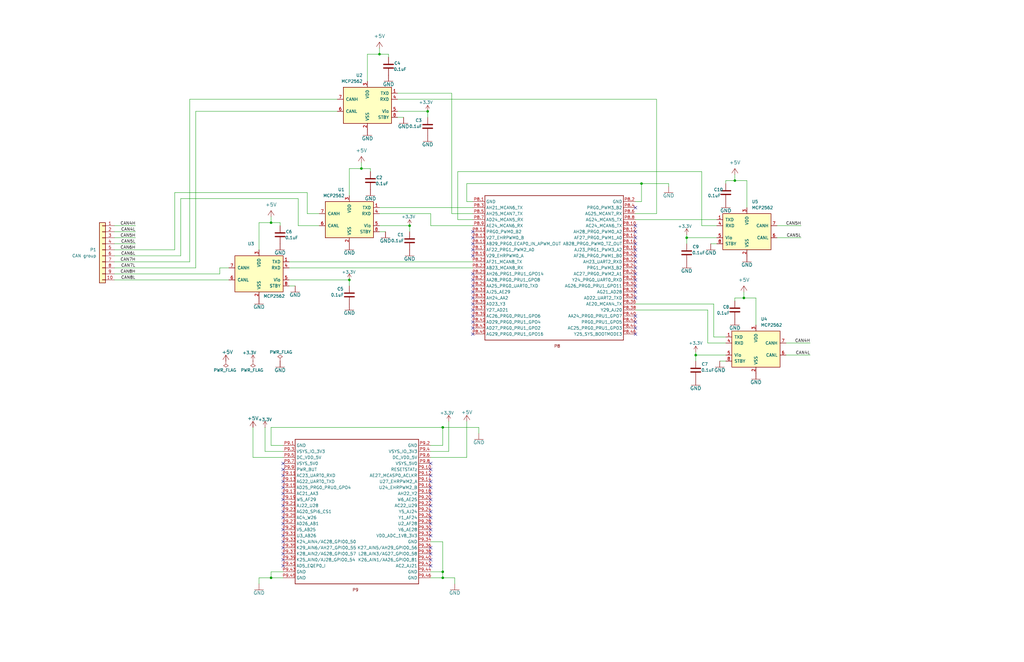
<source format=kicad_sch>
(kicad_sch (version 20231120) (generator "eeschema") (generator_version "8.0")
  (paper "B")
  (title_block (date "2023-09-13"))
  (lib_symbols
    (symbol "Connector_Generic:Conn_01x10" (pin_names (offset 1.016) hide)
      (property "Reference" "J" (at 0 12.7 0))
      (property "Value" "Conn_01x10" (at 0 -15.24 0))
      (symbol "Conn_01x10_1_1"
        (rectangle (start -1.27 -12.573) (end 0 -12.827) (stroke (width 0.1524)))
        (rectangle (start -1.27 -10.033) (end 0 -10.287) (stroke (width 0.1524)))
        (rectangle (start -1.27 -7.493) (end 0 -7.747) (stroke (width 0.1524)))
        (rectangle (start -1.27 -4.953) (end 0 -5.207) (stroke (width 0.1524)))
        (rectangle (start -1.27 -2.413) (end 0 -2.667) (stroke (width 0.1524)))
        (rectangle (start -1.27 0.127) (end 0 -0.127) (stroke (width 0.1524)))
        (rectangle (start -1.27 2.667) (end 0 2.413) (stroke (width 0.1524)))
        (rectangle (start -1.27 5.207) (end 0 4.953) (stroke (width 0.1524)))
        (rectangle (start -1.27 7.747) (end 0 7.493) (stroke (width 0.1524)))
        (rectangle (start -1.27 10.287) (end 0 10.033) (stroke (width 0.1524)))
        (rectangle (start -1.27 11.43) (end 1.27 -13.97) (stroke (width 0.254)) (fill (type background)))
        (pin passive line (at -5.08 10.16 0) (length 3.81) (name "Pin_1") (number "1"))
        (pin passive line (at -5.08 -12.7 0) (length 3.81) (name "Pin_10") (number "10"))
        (pin passive line (at -5.08 7.62 0) (length 3.81) (name "Pin_2") (number "2"))
        (pin passive line (at -5.08 5.08 0) (length 3.81) (name "Pin_3") (number "3"))
        (pin passive line (at -5.08 2.54 0) (length 3.81) (name "Pin_4") (number "4"))
        (pin passive line (at -5.08 0 0) (length 3.81) (name "Pin_5") (number "5"))
        (pin passive line (at -5.08 -2.54 0) (length 3.81) (name "Pin_6") (number "6"))
        (pin passive line (at -5.08 -5.08 0) (length 3.81) (name "Pin_7") (number "7"))
        (pin passive line (at -5.08 -7.62 0) (length 3.81) (name "Pin_8") (number "8"))
        (pin passive line (at -5.08 -10.16 0) (length 3.81) (name "Pin_9") (number "9"))
      )
    )
    (symbol "Device:C" (pin_numbers hide) (pin_names (offset 0.254))
      (property "Reference" "C" (at 0.635 2.54 0))
      (property "Value" "C" (at 0.635 -2.54 0))
      (symbol "C_0_1"
        (polyline (pts (xy -2.032 -0.762) (xy 2.032 -0.762)) (stroke (width 0.508)))
        (polyline (pts (xy -2.032 0.762) (xy 2.032 0.762)) (stroke (width 0.508)))
      )
      (symbol "C_1_1"
        (pin passive line (at 0 3.81 270) (length 2.794) (name "~") (number "1"))
        (pin passive line (at 0 -3.81 90) (length 2.794) (name "~") (number "2"))
      )
    )
    (symbol "Interface_CAN_LIN:MCP2562-E-SN" (pin_names (offset 1.016))
      (property "Reference" "U" (at -10.16 8.89 0))
      (property "Value" "MCP2562-E-SN" (at 2.54 8.89 0))
      (symbol "MCP2562-E-SN_0_1"
        (rectangle (start -10.16 7.62) (end 10.16 -7.62) (stroke (width 0.254)) (fill (type background)))
      )
      (symbol "MCP2562-E-SN_1_1"
        (pin input line (at -12.7 5.08 0) (length 2.54) (name "TXD") (number "1"))
        (pin power_in line (at 0 -10.16 90) (length 2.54) (name "VSS") (number "2"))
        (pin power_in line (at 0 10.16 270) (length 2.54) (name "VDD") (number "3"))
        (pin output line (at -12.7 2.54 0) (length 2.54) (name "RXD") (number "4"))
        (pin power_in line (at -12.7 -2.54 0) (length 2.54) (name "Vio") (number "5"))
        (pin bidirectional line (at 12.7 -2.54 180) (length 2.54) (name "CANL") (number "6"))
        (pin bidirectional line (at 12.7 2.54 180) (length 2.54) (name "CANH") (number "7"))
        (pin input line (at -12.7 -5.08 0) (length 2.54) (name "STBY") (number "8"))
      )
    )
    (symbol "catu:+5V" (power) (pin_names (offset 1.016))
      (property "Value" "+5V" (at -2.54 -5.08 90))
      (symbol "+5V_1_0"
        (polyline (pts (xy 0 0) (xy -1.27 -1.905)))
        (polyline (pts (xy 1.27 -1.905) (xy 0 0)))
        (pin power_in line (at 0 -2.54 90) (length 2.54) (name "+5V") (number "1"))
      )
    )
    (symbol "catu:Beaglebone-AI-64"
      (symbol "Beaglebone-AI-64_1_0"
        (polyline (pts (xy -15.24 -33.02) (xy -15.24 27.94)) (stroke (width 0.254)))
        (polyline (pts (xy -15.24 27.94) (xy 43.18 27.94)) (stroke (width 0.254)))
        (polyline (pts (xy 43.18 -33.02) (xy -15.24 -33.02)) (stroke (width 0.254)))
        (polyline (pts (xy 43.18 27.94) (xy 43.18 -33.02)) (stroke (width 0.254)))
        (pin power_in line (at -20.32 25.4 0) (length 5.08) (name "GND") (number "P8.1"))
        (pin passive line (at 48.26 15.24 180) (length 5.08) (name "AC24_MCAN6_TX") (number "P8.10"))
        (pin passive line (at -20.32 12.7 0) (length 5.08) (name "PRG0_PWM0_B2") (number "P8.11"))
        (pin passive line (at 48.26 12.7 180) (length 5.08) (name "AH28_PRG0_PWM0_A2") (number "P8.12"))
        (pin passive line (at -20.32 10.16 0) (length 5.08) (name "V27_EHRPWM0_B") (number "P8.13"))
        (pin passive line (at 48.26 10.16 180) (length 5.08) (name "AF27_PRG0_PWM1_A0") (number "P8.14"))
        (pin passive line (at -20.32 7.62 0) (length 5.08) (name "AB29_PRG0_ECAP0_IN_APWM_OUT") (number "P8.15"))
        (pin passive line (at 48.26 7.62 180) (length 5.08) (name "AB28_PRG0_PWM0_TZ_OUT") (number "P8.16"))
        (pin passive line (at -20.32 5.08 0) (length 5.08) (name "AF22_PRG1_PWM2_A0") (number "P8.17"))
        (pin passive line (at 48.26 5.08 180) (length 5.08) (name "AJ23_PRG1_PWM3_A2") (number "P8.18"))
        (pin passive line (at -20.32 2.54 0) (length 5.08) (name "V29_EHRPWM0_A") (number "P8.19"))
        (pin power_in line (at 48.26 25.4 180) (length 5.08) (name "GND") (number "P8.2"))
        (pin passive line (at 48.26 2.54 180) (length 5.08) (name "AF26_PRG0_PWM1_B0") (number "P8.20"))
        (pin passive line (at -20.32 0 0) (length 5.08) (name "AF21_MCAN8_TX") (number "P8.21"))
        (pin passive line (at 48.26 0 180) (length 5.08) (name "AH23_UART2_RXD") (number "P8.22"))
        (pin passive line (at -20.32 -2.54 0) (length 5.08) (name "AB23_MCAN8_RX") (number "P8.23"))
        (pin passive line (at 48.26 -2.54 180) (length 5.08) (name "PRG1_PWM3_B2") (number "P8.24"))
        (pin passive line (at -20.32 -5.08 0) (length 5.08) (name "AH26_PRG1_PRU1_GPO14") (number "P8.25"))
        (pin passive line (at 48.26 -5.08 180) (length 5.08) (name "AC27_PRG0_PWM2_A1") (number "P8.26"))
        (pin passive line (at -20.32 -7.62 0) (length 5.08) (name "AA28_PRG0_PRU1_GPO8") (number "P8.27"))
        (pin passive line (at 48.26 -7.62 180) (length 5.08) (name "Y24_PRG0_UART0_RXD") (number "P8.28"))
        (pin passive line (at -20.32 -10.16 0) (length 5.08) (name "AA25_PRG0_UART0_TXD") (number "P8.29"))
        (pin passive line (at -20.32 22.86 0) (length 5.08) (name "AH21_MCAN6_TX") (number "P8.3"))
        (pin passive line (at 48.26 -10.16 180) (length 5.08) (name "AG26_PRG0_PRU1_GPO11") (number "P8.30"))
        (pin passive line (at -20.32 -12.7 0) (length 5.08) (name "AJ25_AE29") (number "P8.31"))
        (pin passive line (at 48.26 -12.7 180) (length 5.08) (name "AG21_AD28") (number "P8.32"))
        (pin passive line (at -20.32 -15.24 0) (length 5.08) (name "AH24_AA2") (number "P8.33"))
        (pin passive line (at 48.26 -15.24 180) (length 5.08) (name "AD22_UART2_TXD") (number "P8.34"))
        (pin passive line (at -20.32 -17.78 0) (length 5.08) (name "AD23_Y3") (number "P8.35"))
        (pin passive line (at 48.26 -17.78 180) (length 5.08) (name "AE20_MCAN4_TX") (number "P8.36"))
        (pin passive line (at -20.32 -20.32 0) (length 5.08) (name "Y27_AD21") (number "P8.37"))
        (pin passive line (at 48.26 -20.32 180) (length 5.08) (name "Y29_AJ20") (number "P8.38"))
        (pin passive line (at -20.32 -22.86 0) (length 5.08) (name "AC26_PRG0_PRU1_GPO6") (number "P8.39"))
        (pin passive line (at 48.26 22.86 180) (length 5.08) (name "PRG0_PWM3_B2") (number "P8.4"))
        (pin passive line (at 48.26 -22.86 180) (length 5.08) (name "AA24_PRG0_PRU1_GPO7") (number "P8.40"))
        (pin passive line (at -20.32 -25.4 0) (length 5.08) (name "AD29_PRG0_PRU1_GPO4") (number "P8.41"))
        (pin passive line (at 48.26 -25.4 180) (length 5.08) (name "PRG0_PRU1_GPO5") (number "P8.42"))
        (pin passive line (at -20.32 -27.94 0) (length 5.08) (name "AD27_PRG0_PRU1_GPO2") (number "P8.43"))
        (pin passive line (at 48.26 -27.94 180) (length 5.08) (name "AC25_PRG0_PRU1_GPO3") (number "P8.44"))
        (pin passive line (at -20.32 -30.48 0) (length 5.08) (name "AG29_PRG0_PRU1_GPO16") (number "P8.45"))
        (pin passive line (at 48.26 -30.48 180) (length 5.08) (name "Y25_SYS_BOOTMODE3") (number "P8.46"))
        (pin passive line (at -20.32 20.32 0) (length 5.08) (name "AH25_MCAN7_TX") (number "P8.5"))
        (pin passive line (at 48.26 20.32 180) (length 5.08) (name "AG25_MCAN7_RX") (number "P8.6"))
        (pin passive line (at -20.32 17.78 0) (length 5.08) (name "AD24_MCAN5_RX") (number "P8.7"))
        (pin passive line (at 48.26 17.78 180) (length 5.08) (name "AG24_MCAN5_TX") (number "P8.8"))
        (pin passive line (at -20.32 15.24 0) (length 5.08) (name "AE24_MCAN6_RX") (number "P8.9"))
      )
      (symbol "Beaglebone-AI-64_1_1"
        (text "P8" (at 15.24 -35.56 0) (effects (font (size 1.27 1.27))))
      )
      (symbol "Beaglebone-AI-64_2_0"
        (polyline (pts (xy -24.13 -33.02) (xy -24.13 27.94)) (stroke (width 0.254)))
        (polyline (pts (xy -24.13 27.94) (xy 27.94 27.94)) (stroke (width 0.254)))
        (polyline (pts (xy 27.94 -33.02) (xy -24.13 -33.02)) (stroke (width 0.254)))
        (polyline (pts (xy 27.94 27.94) (xy 27.94 -33.02)) (stroke (width 0.254)))
        (pin power_in line (at -29.21 25.4 0) (length 5.08) (name "GND") (number "P9.1"))
        (pin passive line (at 33.02 15.24 180) (length 5.08) (name "RESETSTATz") (number "P9.10"))
        (pin passive line (at -29.21 12.7 0) (length 5.08) (name "AC23_UART0_RXD") (number "P9.11"))
        (pin passive line (at 33.02 12.7 180) (length 5.08) (name "AE27_MCASP0_ACLKR") (number "P9.12"))
        (pin passive line (at -29.21 10.16 0) (length 5.08) (name "AG22_UART0_TXD") (number "P9.13"))
        (pin passive line (at 33.02 10.16 180) (length 5.08) (name "U27_EHRPWM2_A") (number "P9.14"))
        (pin passive line (at -29.21 7.62 0) (length 5.08) (name "AD25_PRG0_PRU0_GPO4") (number "P9.15"))
        (pin passive line (at 33.02 7.62 180) (length 5.08) (name "U24_EHRPWM2_B") (number "P9.16"))
        (pin passive line (at -29.21 5.08 0) (length 5.08) (name "AC21_AA3") (number "P9.17"))
        (pin passive line (at 33.02 5.08 180) (length 5.08) (name "AH22_Y2") (number "P9.18"))
        (pin passive line (at -29.21 2.54 0) (length 5.08) (name "W5_AF29") (number "P9.19"))
        (pin power_in line (at 33.02 25.4 180) (length 5.08) (name "GND") (number "P9.2"))
        (pin passive line (at 33.02 2.54 180) (length 5.08) (name "W6_AE25") (number "P9.20"))
        (pin passive line (at -29.21 0 0) (length 5.08) (name "AJ22_U28") (number "P9.21"))
        (pin passive line (at 33.02 0 180) (length 5.08) (name "AC22_U29") (number "P9.22"))
        (pin passive line (at -29.21 -2.54 0) (length 5.08) (name "AG20_SPI6_CS1") (number "P9.23"))
        (pin passive line (at 33.02 -2.54 180) (length 5.08) (name "Y5_AJ24") (number "P9.24"))
        (pin passive line (at -29.21 -5.08 0) (length 5.08) (name "AC4_W26") (number "P9.25"))
        (pin passive line (at 33.02 -5.08 180) (length 5.08) (name "Y1_AF24") (number "P9.26"))
        (pin passive line (at -29.21 -7.62 0) (length 5.08) (name "AD26_AB1") (number "P9.27"))
        (pin passive line (at 33.02 -7.62 180) (length 5.08) (name "U2_AF28") (number "P9.28"))
        (pin passive line (at -29.21 -10.16 0) (length 5.08) (name "V5_AB25") (number "P9.29"))
        (pin passive line (at -29.21 22.86 0) (length 5.08) (name "VSYS_IO_3V3") (number "P9.3"))
        (pin passive line (at 33.02 -10.16 180) (length 5.08) (name "V6_AE28") (number "P9.30"))
        (pin passive line (at -29.21 -12.7 0) (length 5.08) (name "U3_AB26") (number "P9.31"))
        (pin passive line (at 33.02 -12.7 180) (length 5.08) (name "VDD_ADC_1V8_3V3") (number "P9.32"))
        (pin passive line (at -29.21 -15.24 0) (length 5.08) (name "K24_AIN4/AC28_GPIO0_50") (number "P9.33"))
        (pin power_in line (at 33.02 -15.24 180) (length 5.08) (name "GND") (number "P9.34"))
        (pin passive line (at -29.21 -17.78 0) (length 5.08) (name "K29_AIN6/AH27_GPIO0_55") (number "P9.35"))
        (pin passive line (at 33.02 -17.78 180) (length 5.08) (name "K27_AIN5/AH29_GPIO0_56") (number "P9.36"))
        (pin passive line (at -29.21 -20.32 0) (length 5.08) (name "K28_AIN2/AG28_GPIO0_57") (number "P9.37"))
        (pin passive line (at 33.02 -20.32 180) (length 5.08) (name "L28_AIN3/AG27_GPIO0_58") (number "P9.38"))
        (pin passive line (at -29.21 -22.86 0) (length 5.08) (name "K25_AIN0/AJ28_GPIO0_54") (number "P9.39"))
        (pin passive line (at 33.02 22.86 180) (length 5.08) (name "VSYS_IO_3V3") (number "P9.4"))
        (pin passive line (at 33.02 -22.86 180) (length 5.08) (name "K26_AIN1/AA26_GPIO0_81") (number "P9.40"))
        (pin passive line (at -29.21 -25.4 0) (length 5.08) (name "AD5_EQEP0_I") (number "P9.41"))
        (pin passive line (at 33.02 -25.4 180) (length 5.08) (name "AC2_AJ21") (number "P9.42"))
        (pin power_in line (at -29.21 -27.94 0) (length 5.08) (name "GND") (number "P9.43"))
        (pin power_in line (at 33.02 -27.94 180) (length 5.08) (name "GND") (number "P9.44"))
        (pin power_in line (at -29.21 -30.48 0) (length 5.08) (name "GND") (number "P9.45"))
        (pin power_in line (at 33.02 -30.48 180) (length 5.08) (name "GND") (number "P9.46"))
        (pin passive line (at -29.21 20.32 0) (length 5.08) (name "DC_VDD_5V") (number "P9.5"))
        (pin passive line (at 33.02 20.32 180) (length 5.08) (name "DC_VDD_5V") (number "P9.6"))
        (pin passive line (at -29.21 17.78 0) (length 5.08) (name "VSYS_5V0") (number "P9.7"))
        (pin passive line (at 33.02 17.78 180) (length 5.08) (name "VSYS_5V0") (number "P9.8"))
        (pin passive line (at -29.21 15.24 0) (length 5.08) (name "PWR_BUT") (number "P9.9"))
      )
      (symbol "Beaglebone-AI-64_2_1"
        (text "P9" (at 1.27 -35.56 0) (effects (font (size 1.27 1.27))))
      )
    )
    (symbol "catu:GND" (power) (pin_names (offset 1.016))
      (property "Value" "GND" (at -2.54 -2.54 0))
      (symbol "GND_1_0"
        (polyline (pts (xy -1.905 0) (xy 1.905 0)))
        (pin power_in line (at 0 2.54 270) (length 2.54) (name "GND") (number "1"))
      )
    )
    (symbol "power:+3.3V" (power) (pin_numbers hide) (pin_names (offset 0) hide)
      (property "Value" "+3.3V" (at 0 3.556 0))
      (symbol "+3.3V_0_1"
        (polyline (pts (xy -0.762 1.27) (xy 0 2.54)))
        (polyline (pts (xy 0 0) (xy 0 2.54)))
        (polyline (pts (xy 0 2.54) (xy 0.762 1.27)))
      )
      (symbol "+3.3V_1_1"
        (pin power_in line (at 0 0 90) (length 0) (name "~") (number "1"))
      )
    )
    (symbol "power:PWR_FLAG" (power) (pin_numbers hide) (pin_names (offset 0) hide)
      (property "Value" "PWR_FLAG" (at 0 3.81 0))
      (symbol "PWR_FLAG_0_0"
        (pin power_out line (at 0 0 90) (length 0) (name "~") (number "1"))
      )
      (symbol "PWR_FLAG_0_1"
        (polyline (pts (xy 0 0) (xy 0 1.27) (xy -1.016 1.905) (xy 0 2.54) (xy 1.016 1.905) (xy 0 1.27)))
      )
    )
  )
  (junction (at 152.4 71.12))
  (junction (at 172.72 95.25))
  (junction (at 186.69 243.84))
  (junction (at 289.56 100.33))
  (junction (at 293.37 149.86))
  (junction (at 180.34 46.99))
  (junction (at 186.69 241.3))
  (junction (at 114.3 243.84))
  (junction (at 313.69 125.73))
  (junction (at 147.32 118.11))
  (junction (at 114.3 93.98))
  (junction (at 160.02 22.86))
  (junction (at 270.51 77.47))
  (junction (at 309.88 76.2))
  (junction (at 186.69 180.34))
  (no_connect (at 199.39 125.73))
  (no_connect (at 119.38 236.22))
  (no_connect (at 119.38 226.06))
  (no_connect (at 181.61 208.28))
  (no_connect (at 119.38 200.66))
  (no_connect (at 181.61 220.98))
  (no_connect (at 199.39 130.81))
  (no_connect (at 267.97 87.63))
  (no_connect (at 119.38 198.12))
  (no_connect (at 199.39 118.11))
  (no_connect (at 267.97 113.03))
  (no_connect (at 181.61 215.9))
  (no_connect (at 119.38 203.2))
  (no_connect (at 267.97 140.97))
  (no_connect (at 267.97 120.65))
  (no_connect (at 119.38 233.68))
  (no_connect (at 267.97 107.95))
  (no_connect (at 181.61 203.2))
  (no_connect (at 181.61 238.76))
  (no_connect (at 199.39 138.43))
  (no_connect (at 181.61 213.36))
  (no_connect (at 267.97 118.11))
  (no_connect (at 119.38 238.76))
  (no_connect (at 199.39 128.27))
  (no_connect (at 267.97 125.73))
  (no_connect (at 181.61 233.68))
  (no_connect (at 267.97 105.41))
  (no_connect (at 181.61 198.12))
  (no_connect (at 267.97 115.57))
  (no_connect (at 181.61 236.22))
  (no_connect (at 119.38 213.36))
  (no_connect (at 267.97 135.89))
  (no_connect (at 181.61 195.58))
  (no_connect (at 199.39 115.57))
  (no_connect (at 199.39 105.41))
  (no_connect (at 199.39 140.97))
  (no_connect (at 181.61 223.52))
  (no_connect (at 181.61 210.82))
  (no_connect (at 119.38 208.28))
  (no_connect (at 181.61 200.66))
  (no_connect (at 199.39 120.65))
  (no_connect (at 119.38 220.98))
  (no_connect (at 199.39 123.19))
  (no_connect (at 199.39 107.95))
  (no_connect (at 119.38 195.58))
  (no_connect (at 119.38 205.74))
  (no_connect (at 181.61 205.74))
  (no_connect (at 267.97 100.33))
  (no_connect (at 267.97 110.49))
  (no_connect (at 119.38 231.14))
  (no_connect (at 119.38 218.44))
  (no_connect (at 267.97 123.19))
  (no_connect (at 119.38 210.82))
  (no_connect (at 199.39 135.89))
  (no_connect (at 267.97 102.87))
  (no_connect (at 181.61 226.06))
  (no_connect (at 199.39 100.33))
  (no_connect (at 267.97 95.25))
  (no_connect (at 119.38 215.9))
  (no_connect (at 267.97 97.79))
  (no_connect (at 181.61 231.14))
  (no_connect (at 199.39 97.79))
  (no_connect (at 119.38 228.6))
  (no_connect (at 199.39 102.87))
  (no_connect (at 267.97 138.43))
  (no_connect (at 119.38 223.52))
  (no_connect (at 199.39 133.35))
  (no_connect (at 267.97 133.35))
  (no_connect (at 181.61 218.44))
  (wire (pts (xy 156.21 72.39) (xy 156.21 71.12)))
  (wire (pts (xy 298.45 130.81) (xy 298.45 144.78)))
  (wire (pts (xy 118.11 93.98) (xy 114.3 93.98)))
  (wire (pts (xy 121.92 118.11) (xy 147.32 118.11)))
  (wire (pts (xy 181.61 90.17) (xy 181.61 95.25)))
  (wire (pts (xy 293.37 148.59) (xy 293.37 149.86)))
  (wire (pts (xy 73.66 81.28) (xy 129.54 81.28)))
  (wire (pts (xy 300.99 128.27) (xy 300.99 142.24)))
  (wire (pts (xy 186.69 243.84) (xy 191.77 243.84)) (stroke (width 0.1524)))
  (wire (pts (xy 276.86 41.91) (xy 276.86 90.17)))
  (wire (pts (xy 295.91 95.25) (xy 302.26 95.25)))
  (wire (pts (xy 147.32 71.12) (xy 147.32 82.55)))
  (wire (pts (xy 160.02 90.17) (xy 181.61 90.17)))
  (wire (pts (xy 92.71 115.57) (xy 48.26 115.57)))
  (wire (pts (xy 199.39 92.71) (xy 193.04 92.71)))
  (wire (pts (xy 114.3 180.34) (xy 186.69 180.34)) (stroke (width 0.1524)))
  (wire (pts (xy 181.61 241.3) (xy 186.69 241.3)) (stroke (width 0.1524)))
  (wire (pts (xy 82.55 113.03) (xy 48.26 113.03)))
  (wire (pts (xy 186.69 241.3) (xy 186.69 243.84)) (stroke (width 0.1524)))
  (wire (pts (xy 92.71 113.03) (xy 96.52 113.03)))
  (wire (pts (xy 154.94 22.86) (xy 160.02 22.86)))
  (wire (pts (xy 121.92 110.49) (xy 199.39 110.49)))
  (wire (pts (xy 92.71 113.03) (xy 92.71 115.57)))
  (wire (pts (xy 318.77 125.73) (xy 318.77 137.16)))
  (wire (pts (xy 167.64 39.37) (xy 190.5 39.37)))
  (wire (pts (xy 163.83 22.86) (xy 160.02 22.86)))
  (wire (pts (xy 181.61 243.84) (xy 186.69 243.84)) (stroke (width 0.1524)))
  (wire (pts (xy 152.4 68.58) (xy 152.4 71.12)))
  (wire (pts (xy 109.22 243.84) (xy 109.22 246.38)) (stroke (width 0.1524)))
  (wire (pts (xy 119.38 187.96) (xy 114.3 187.96)) (stroke (width 0.1524)))
  (wire (pts (xy 327.66 95.25) (xy 337.82 95.25)))
  (wire (pts (xy 119.38 243.84) (xy 114.3 243.84)) (stroke (width 0.1524)))
  (wire (pts (xy 48.26 107.95) (xy 76.2 107.95)))
  (wire (pts (xy 125.73 95.25) (xy 134.62 95.25)))
  (wire (pts (xy 167.64 41.91) (xy 276.86 41.91)))
  (wire (pts (xy 160.02 97.79) (xy 162.56 97.79)))
  (wire (pts (xy 172.72 95.25) (xy 160.02 95.25)))
  (wire (pts (xy 114.3 187.96) (xy 114.3 180.34)) (stroke (width 0.1524)))
  (wire (pts (xy 106.68 193.04) (xy 106.68 180.34)) (stroke (width 0.1524)))
  (wire (pts (xy 186.69 180.34) (xy 201.93 180.34)) (stroke (width 0.1524)))
  (wire (pts (xy 109.22 93.98) (xy 114.3 93.98)))
  (wire (pts (xy 172.72 97.79) (xy 172.72 95.25)))
  (wire (pts (xy 154.94 22.86) (xy 154.94 34.29)))
  (wire (pts (xy 270.51 77.47) (xy 270.51 85.09)) (stroke (width 0.1524)))
  (wire (pts (xy 267.97 92.71) (xy 302.26 92.71)))
  (wire (pts (xy 73.66 105.41) (xy 48.26 105.41)))
  (wire (pts (xy 193.04 92.71) (xy 193.04 72.39)))
  (wire (pts (xy 109.22 93.98) (xy 109.22 105.41)))
  (wire (pts (xy 181.61 95.25) (xy 199.39 95.25)))
  (wire (pts (xy 160.02 20.32) (xy 160.02 22.86)))
  (wire (pts (xy 80.01 41.91) (xy 142.24 41.91)))
  (wire (pts (xy 270.51 85.09) (xy 267.97 85.09)) (stroke (width 0.1524)))
  (wire (pts (xy 111.76 190.5) (xy 119.38 190.5)) (stroke (width 0.1524)))
  (wire (pts (xy 190.5 39.37) (xy 190.5 90.17)))
  (wire (pts (xy 80.01 41.91) (xy 80.01 110.49)))
  (wire (pts (xy 267.97 130.81) (xy 298.45 130.81)))
  (wire (pts (xy 147.32 71.12) (xy 152.4 71.12)))
  (wire (pts (xy 309.88 73.66) (xy 309.88 76.2)))
  (wire (pts (xy 48.26 100.33) (xy 57.15 100.33)))
  (wire (pts (xy 82.55 46.99) (xy 142.24 46.99)))
  (wire (pts (xy 306.07 77.47) (xy 306.07 76.2)))
  (wire (pts (xy 48.26 95.25) (xy 57.15 95.25)))
  (wire (pts (xy 270.51 77.47) (xy 281.94 77.47)) (stroke (width 0.1524)))
  (wire (pts (xy 327.66 100.33) (xy 337.82 100.33)))
  (wire (pts (xy 118.11 95.25) (xy 118.11 93.98)))
  (wire (pts (xy 76.2 83.82) (xy 125.73 83.82)))
  (wire (pts (xy 163.83 24.13) (xy 163.83 22.86)))
  (wire (pts (xy 125.73 83.82) (xy 125.73 95.25)))
  (wire (pts (xy 295.91 72.39) (xy 295.91 95.25)))
  (wire (pts (xy 167.64 49.53) (xy 170.18 49.53)))
  (wire (pts (xy 180.34 49.53) (xy 180.34 46.99)))
  (wire (pts (xy 196.85 193.04) (xy 196.85 177.8)) (stroke (width 0.1524)))
  (wire (pts (xy 80.01 110.49) (xy 48.26 110.49)))
  (wire (pts (xy 318.77 125.73) (xy 313.69 125.73)))
  (wire (pts (xy 189.23 190.5) (xy 189.23 177.8)) (stroke (width 0.1524)))
  (wire (pts (xy 306.07 152.4) (xy 303.53 152.4)))
  (wire (pts (xy 181.61 228.6) (xy 186.69 228.6)))
  (wire (pts (xy 281.94 77.47) (xy 281.94 78.74)) (stroke (width 0.1524)))
  (wire (pts (xy 48.26 97.79) (xy 57.15 97.79)))
  (wire (pts (xy 114.3 241.3) (xy 119.38 241.3)) (stroke (width 0.1524)))
  (wire (pts (xy 111.76 190.5) (xy 111.76 180.34)) (stroke (width 0.1524)))
  (wire (pts (xy 300.99 142.24) (xy 306.07 142.24)))
  (wire (pts (xy 190.5 90.17) (xy 199.39 90.17)))
  (wire (pts (xy 298.45 144.78) (xy 306.07 144.78)))
  (wire (pts (xy 186.69 180.34) (xy 186.69 187.96)) (stroke (width 0.1524)))
  (wire (pts (xy 114.3 243.84) (xy 109.22 243.84)) (stroke (width 0.1524)))
  (wire (pts (xy 293.37 152.4) (xy 293.37 149.86)))
  (wire (pts (xy 160.02 87.63) (xy 199.39 87.63)))
  (wire (pts (xy 196.85 77.47) (xy 270.51 77.47)) (stroke (width 0.1524)))
  (wire (pts (xy 48.26 102.87) (xy 57.15 102.87)))
  (wire (pts (xy 186.69 187.96) (xy 181.61 187.96)) (stroke (width 0.1524)))
  (wire (pts (xy 73.66 105.41) (xy 73.66 81.28)))
  (wire (pts (xy 331.47 144.78) (xy 341.63 144.78)))
  (wire (pts (xy 76.2 107.95) (xy 76.2 83.82)))
  (wire (pts (xy 180.34 46.99) (xy 167.64 46.99)))
  (wire (pts (xy 147.32 120.65) (xy 147.32 118.11)))
  (wire (pts (xy 302.26 102.87) (xy 299.72 102.87)))
  (wire (pts (xy 106.68 193.04) (xy 119.38 193.04)) (stroke (width 0.1524)))
  (wire (pts (xy 196.85 85.09) (xy 196.85 77.47)) (stroke (width 0.1524)))
  (wire (pts (xy 293.37 149.86) (xy 306.07 149.86)))
  (wire (pts (xy 196.85 193.04) (xy 181.61 193.04)) (stroke (width 0.1524)))
  (wire (pts (xy 189.23 190.5) (xy 181.61 190.5)) (stroke (width 0.1524)))
  (wire (pts (xy 193.04 72.39) (xy 295.91 72.39)))
  (wire (pts (xy 114.3 243.84) (xy 114.3 241.3)) (stroke (width 0.1524)))
  (wire (pts (xy 306.07 76.2) (xy 309.88 76.2)))
  (wire (pts (xy 129.54 90.17) (xy 134.62 90.17)))
  (wire (pts (xy 289.56 99.06) (xy 289.56 100.33)))
  (wire (pts (xy 289.56 102.87) (xy 289.56 100.33)))
  (wire (pts (xy 314.96 76.2) (xy 314.96 87.63)))
  (wire (pts (xy 309.88 127) (xy 309.88 125.73)))
  (wire (pts (xy 289.56 100.33) (xy 302.26 100.33)))
  (wire (pts (xy 121.92 120.65) (xy 124.46 120.65)))
  (wire (pts (xy 201.93 180.34) (xy 201.93 182.88)) (stroke (width 0.1524)))
  (wire (pts (xy 196.85 85.09) (xy 199.39 85.09)) (stroke (width 0.1524)))
  (wire (pts (xy 129.54 81.28) (xy 129.54 90.17)))
  (wire (pts (xy 331.47 149.86) (xy 341.63 149.86)))
  (wire (pts (xy 82.55 46.99) (xy 82.55 113.03)))
  (wire (pts (xy 191.77 243.84) (xy 191.77 246.38)) (stroke (width 0.1524)))
  (wire (pts (xy 267.97 128.27) (xy 300.99 128.27)))
  (wire (pts (xy 186.69 228.6) (xy 186.69 241.3)))
  (wire (pts (xy 48.26 118.11) (xy 96.52 118.11)))
  (wire (pts (xy 156.21 71.12) (xy 152.4 71.12)))
  (wire (pts (xy 313.69 123.19) (xy 313.69 125.73)))
  (wire (pts (xy 114.3 91.44) (xy 114.3 93.98)))
  (wire (pts (xy 276.86 90.17) (xy 267.97 90.17)))
  (wire (pts (xy 121.92 113.03) (xy 199.39 113.03)))
  (wire (pts (xy 309.88 125.73) (xy 313.69 125.73)))
  (wire (pts (xy 314.96 76.2) (xy 309.88 76.2)))
  (label "CAN8L" (at 57.15 118.11 180))
  (label "CAN4L" (at 57.15 97.79 180))
  (label "CAN5H" (at 337.82 95.25 180))
  (label "CAN4L" (at 341.63 149.86 180))
  (label "CAN4H" (at 341.63 144.78 180))
  (label "CAN8H" (at 57.15 115.57 180))
  (label "CAN6L" (at 57.15 107.95 180))
  (label "CAN5L" (at 337.82 100.33 180))
  (label "CAN5H" (at 57.15 100.33 180))
  (label "CAN5L" (at 57.15 102.87 180))
  (label "CAN7L" (at 57.15 113.03 180))
  (label "CAN6H" (at 57.15 105.41 180))
  (label "CAN4H" (at 57.15 95.25 180))
  (label "CAN7H" (at 57.15 110.49 180))
  (symbol (lib_id "power:+3.3V") (at 289.56 99.06 0) (unit 1)
    (property "Reference" "#PWR014" (effects (hide yes)))
    (property "Value" "+3.3V" (at 288.798 95.504 0))
    (property "Description" "Power symbol creates a global label with name \"+3.3V\"" (effects (hide yes)))
  )
  (symbol (lib_id "catu:+5V") (at 309.88 71.12 0) (unit 1)
    (property "Reference" "#P+08" (effects (hide yes)))
    (property "Value" "+5V" (at 309.88 68.58 0) (effects (font (size 1.4986 1.4986))))
  )
  (symbol (lib_id "Interface_CAN_LIN:MCP2562-E-SN") (at 147.32 92.71 0) (mirror y) (unit 1)
    (property "Reference" "U1" (at 145.3006 80.01 0) (effects (justify left)))
    (property "Value" "MCP2562" (at 145.3006 82.55 0) (effects (justify left)))
    (property "Footprint" "Package_SO:SOIC-8_3.9x4.9mm_P1.27mm" (effects (hide yes)))
    (property "Datasheet" "http://ww1.microchip.com/downloads/en/DeviceDoc/25167A.pdf" (effects (hide yes)))
    (property "Description" "High-Speed CAN Transceiver, 1Mbps, 5V supply, Vio pin, -40C to +125C, SOIC-8" (effects (hide yes)))
  )
  (symbol (lib_id "catu:GND") (at 289.56 113.03 0) (unit 1)
    (property "Reference" "#GND021" (effects (hide yes)))
    (property "Value" "GND" (at 289.56 114.3 0) (effects (font (size 1.4986 1.4986))))
  )
  (symbol (lib_id "catu:+5V") (at 196.85 175.26 0) (unit 1)
    (property "Reference" "#P+02" (effects (hide yes)))
    (property "Value" "+5V" (at 196.85 173.99 0) (effects (font (size 1.4986 1.4986))))
  )
  (symbol (lib_id "catu:GND") (at 180.34 59.69 0) (mirror y) (unit 1)
    (property "Reference" "#GND09" (effects (hide yes)))
    (property "Value" "GND" (at 180.34 60.96 0) (effects (font (size 1.4986 1.4986))))
  )
  (symbol (lib_id "catu:GND") (at 118.11 105.41 0) (mirror y) (unit 1)
    (property "Reference" "#GND015" (effects (hide yes)))
    (property "Value" "GND" (at 118.11 106.68 0) (effects (font (size 1.4986 1.4986))))
  )
  (symbol (lib_id "catu:GND") (at 201.93 185.42 0) (unit 1)
    (property "Reference" "#GND01" (effects (hide yes)))
    (property "Value" "GND" (at 201.93 186.69 0) (effects (font (size 1.4986 1.4986))))
  )
  (symbol (lib_id "power:+3.3V") (at 147.32 118.11 0) (unit 1)
    (property "Reference" "#PWR012" (effects (hide yes)))
    (property "Value" "+3.3V" (at 147.066 114.808 0))
    (property "Description" "Power symbol creates a global label with name \"+3.3V\"" (effects (hide yes)))
  )
  (symbol (lib_id "catu:GND") (at 314.96 110.49 0) (unit 1)
    (property "Reference" "#GND024" (effects (hide yes)))
    (property "Value" "GND" (at 314.96 111.76 0) (effects (font (size 1.4986 1.4986))))
  )
  (symbol (lib_id "catu:GND") (at 147.32 130.81 0) (mirror y) (unit 1)
    (property "Reference" "#GND013" (effects (hide yes)))
    (property "Value" "GND" (at 147.32 132.08 0) (effects (font (size 1.4986 1.4986))))
  )
  (symbol (lib_id "catu:GND") (at 109.22 248.92 0) (unit 1)
    (property "Reference" "#GND05" (effects (hide yes)))
    (property "Value" "GND" (at 109.22 250.19 0) (effects (font (size 1.4986 1.4986))))
  )
  (symbol (lib_id "catu:GND") (at 154.94 57.15 0) (mirror y) (unit 1)
    (property "Reference" "#GND012" (effects (hide yes)))
    (property "Value" "GND" (at 154.94 58.42 0) (effects (font (size 1.4986 1.4986))))
  )
  (symbol (lib_id "power:PWR_FLAG") (at 95.25 152.4 180) (unit 1)
    (property "Reference" "#FLG01" (effects (hide yes)))
    (property "Value" "PWR_FLAG" (at 94.869 156.21 0))
    (property "Description" "Special symbol for telling ERC where power comes from" (effects (hide yes)))
  )
  (symbol (lib_id "catu:GND") (at 124.46 123.19 0) (mirror y) (unit 1)
    (property "Reference" "#GND014" (effects (hide yes)))
    (property "Value" "GND" (at 124.46 124.46 0) (effects (font (size 1.4986 1.4986))))
  )
  (symbol (lib_id "catu:GND") (at 170.18 52.07 0) (mirror y) (unit 1)
    (property "Reference" "#GND010" (effects (hide yes)))
    (property "Value" "GND" (at 170.18 53.34 0) (effects (font (size 1.4986 1.4986))))
  )
  (symbol (lib_id "Device:C") (at 118.11 99.06 0) (mirror y) (unit 1)
    (property "Reference" "C6" (at 123.19 97.79 0) (effects (justify left)))
    (property "Value" "0.1uF" (at 125.73 100.33 0) (effects (justify left)))
    (property "Footprint" "Capacitor_SMD:C_0805_2012Metric_Pad1.18x1.45mm_HandSolder" (effects (hide yes)))
    (property "Description" "Unpolarized capacitor" (effects (hide yes)))
  )
  (symbol (lib_id "Device:C") (at 172.72 101.6 0) (mirror x) (unit 1)
    (property "Reference" "C1" (at 168.91 99.06 0))
    (property "Value" "0.1uF" (at 167.64 101.6 0))
    (property "Footprint" "Capacitor_SMD:C_0805_2012Metric_Pad1.18x1.45mm_HandSolder" (effects (hide yes)))
    (property "Description" "Unpolarized capacitor" (effects (hide yes)))
  )
  (symbol (lib_id "catu:GND") (at 309.88 137.16 0) (unit 1)
    (property "Reference" "#GND019" (effects (hide yes)))
    (property "Value" "GND" (at 309.88 138.43 0) (effects (font (size 1.4986 1.4986))))
  )
  (symbol (lib_id "Device:C") (at 289.56 106.68 180) (unit 1)
    (property "Reference" "C9" (at 293.37 104.14 0))
    (property "Value" "0.1uF" (at 294.64 106.68 0))
    (property "Footprint" "Capacitor_SMD:C_0805_2012Metric_Pad1.18x1.45mm_HandSolder" (effects (hide yes)))
    (property "Description" "Unpolarized capacitor" (effects (hide yes)))
  )
  (symbol (lib_id "Interface_CAN_LIN:MCP2562-E-SN") (at 154.94 44.45 0) (mirror y) (unit 1)
    (property "Reference" "U2" (at 152.9206 31.75 0) (effects (justify left)))
    (property "Value" "MCP2562" (at 152.9206 34.29 0) (effects (justify left)))
    (property "Footprint" "Package_SO:SOIC-8_3.9x4.9mm_P1.27mm" (effects (hide yes)))
    (property "Datasheet" "http://ww1.microchip.com/downloads/en/DeviceDoc/25167A.pdf" (effects (hide yes)))
    (property "Description" "High-Speed CAN Transceiver, 1Mbps, 5V supply, Vio pin, -40C to +125C, SOIC-8" (effects (hide yes)))
  )
  (symbol (lib_id "power:+3.3V") (at 111.76 180.34 0) (unit 1)
    (property "Reference" "#PWR02" (effects (hide yes)))
    (property "Value" "+3.3V" (at 111.76 177.038 0))
    (property "Description" "Power symbol creates a global label with name \"+3.3V\"" (effects (hide yes)))
  )
  (symbol (lib_id "power:+3.3V") (at 189.23 177.8 0) (unit 1)
    (property "Reference" "#PWR015" (effects (hide yes)))
    (property "Value" "+3.3V" (at 188.468 174.244 0))
    (property "Description" "Power symbol creates a global label with name \"+3.3V\"" (effects (hide yes)))
  )
  (symbol (lib_id "catu:GND") (at 303.53 154.94 0) (unit 1)
    (property "Reference" "#GND018" (effects (hide yes)))
    (property "Value" "GND" (at 303.53 156.21 0) (effects (font (size 1.4986 1.4986))))
  )
  (symbol (lib_id "catu:GND") (at 299.72 105.41 0) (unit 1)
    (property "Reference" "#GND022" (effects (hide yes)))
    (property "Value" "GND" (at 299.72 106.68 0) (effects (font (size 1.4986 1.4986))))
  )
  (symbol (lib_id "power:PWR_FLAG") (at 118.11 152.4 0) (unit 1)
    (property "Reference" "#FLG03" (effects (hide yes)))
    (property "Value" "PWR_FLAG" (at 118.491 148.59 0))
    (property "Description" "Special symbol for telling ERC where power comes from" (effects (hide yes)))
  )
  (symbol (lib_id "power:PWR_FLAG") (at 106.68 152.4 180) (unit 1)
    (property "Reference" "#FLG02" (effects (hide yes)))
    (property "Value" "PWR_FLAG" (at 106.299 156.21 0))
    (property "Description" "Special symbol for telling ERC where power comes from" (effects (hide yes)))
  )
  (symbol (lib_id "catu:+5V") (at 152.4 66.04 0) (mirror y) (unit 1)
    (property "Reference" "#P+05" (effects (hide yes)))
    (property "Value" "+5V" (at 152.4 63.5 0) (effects (font (size 1.4986 1.4986))))
  )
  (symbol (lib_id "catu:+5V") (at 160.02 17.78 0) (mirror y) (unit 1)
    (property "Reference" "#P+04" (effects (hide yes)))
    (property "Value" "+5V" (at 160.02 15.24 0) (effects (font (size 1.4986 1.4986))))
  )
  (symbol (lib_id "Interface_CAN_LIN:MCP2562-E-SN") (at 318.77 147.32 0) (unit 1)
    (property "Reference" "U4" (at 320.7894 134.62 0) (effects (justify left)))
    (property "Value" "MCP2562" (at 320.7894 137.16 0) (effects (justify left)))
    (property "Footprint" "Package_SO:SOIC-8_3.9x4.9mm_P1.27mm" (effects (hide yes)))
    (property "Datasheet" "http://ww1.microchip.com/downloads/en/DeviceDoc/25167A.pdf" (effects (hide yes)))
    (property "Description" "High-Speed CAN Transceiver, 1Mbps, 5V supply, Vio pin, -40C to +125C, SOIC-8" (effects (hide yes)))
  )
  (symbol (lib_id "power:+3.3V") (at 106.68 152.4 0) (unit 1)
    (property "Reference" "#PWR013" (effects (hide yes)))
    (property "Value" "+3.3V" (at 105.156 148.844 0))
    (property "Description" "Power symbol creates a global label with name \"+3.3V\"" (effects (hide yes)))
  )
  (symbol (lib_id "Device:C") (at 180.34 53.34 0) (mirror x) (unit 1)
    (property "Reference" "C3" (at 176.53 50.8 0))
    (property "Value" "0.1uF" (at 175.26 53.34 0))
    (property "Footprint" "Capacitor_SMD:C_0805_2012Metric_Pad1.18x1.45mm_HandSolder" (effects (hide yes)))
    (property "Description" "Unpolarized capacitor" (effects (hide yes)))
  )
  (symbol (lib_id "catu:Beaglebone-AI-64") (at 148.59 213.36 0) (unit 2)
    (property "Reference" "J17" (effects (hide yes)))
    (property "Value" "Beaglebone_AI64" (effects (hide yes)))
    (property "Footprint" "catu:BEAGLE_BONE_BLACK_CAPE" (effects (hide yes)))
  )
  (symbol (lib_id "catu:GND") (at 147.32 105.41 0) (mirror y) (unit 1)
    (property "Reference" "#GND08" (effects (hide yes)))
    (property "Value" "GND" (at 147.32 106.68 0) (effects (font (size 1.4986 1.4986))))
  )
  (symbol (lib_id "catu:GND") (at 162.56 100.33 0) (mirror y) (unit 1)
    (property "Reference" "#GND06" (effects (hide yes)))
    (property "Value" "GND" (at 162.56 101.6 0) (effects (font (size 1.4986 1.4986))))
  )
  (symbol (lib_id "catu:Beaglebone-AI-64") (at 219.71 110.49 0) (unit 1)
    (property "Reference" "J17" (effects (hide yes)))
    (property "Value" "Beaglebone_AI64" (effects (hide yes)))
    (property "Footprint" "catu:BEAGLE_BONE_BLACK_CAPE" (effects (hide yes)))
  )
  (symbol (lib_id "Connector_Generic:Conn_01x10") (at 43.18 105.41 0) (mirror y) (unit 1)
    (property "Reference" "P1" (at 40.64 105.4099 0) (effects (justify left)))
    (property "Value" "CAN group" (at 40.64 107.9499 0) (effects (justify left)))
    (property "Footprint" "Connector_PinHeader_2.54mm:PinHeader_1x10_P2.54mm_Vertical" (effects (hide yes)))
    (property "Description" "Generic connector, single row, 01x10, script generated (kicad-library-utils/schlib/autogen/connector/)" (effects (hide yes)))
  )
  (symbol (lib_id "catu:GND") (at 318.77 160.02 0) (unit 1)
    (property "Reference" "#GND020" (effects (hide yes)))
    (property "Value" "GND" (at 318.77 161.29 0) (effects (font (size 1.4986 1.4986))))
  )
  (symbol (lib_id "catu:GND") (at 163.83 34.29 0) (mirror y) (unit 1)
    (property "Reference" "#GND011" (effects (hide yes)))
    (property "Value" "GND" (at 163.83 35.56 0) (effects (font (size 1.4986 1.4986))))
  )
  (symbol (lib_id "Device:C") (at 306.07 81.28 0) (unit 1)
    (property "Reference" "C10" (at 300.99 80.01 0) (effects (justify left)))
    (property "Value" "0.1uF" (at 298.45 82.55 0) (effects (justify left)))
    (property "Footprint" "Capacitor_SMD:C_0805_2012Metric_Pad1.18x1.45mm_HandSolder" (effects (hide yes)))
    (property "Description" "Unpolarized capacitor" (effects (hide yes)))
  )
  (symbol (lib_id "Device:C") (at 293.37 156.21 180) (unit 1)
    (property "Reference" "C7" (at 297.18 153.67 0))
    (property "Value" "0.1uF" (at 298.45 156.21 0))
    (property "Footprint" "Capacitor_SMD:C_0805_2012Metric_Pad1.18x1.45mm_HandSolder" (effects (hide yes)))
    (property "Description" "Unpolarized capacitor" (effects (hide yes)))
  )
  (symbol (lib_id "Device:C") (at 309.88 130.81 0) (unit 1)
    (property "Reference" "C8" (at 304.8 129.54 0) (effects (justify left)))
    (property "Value" "0.1uF" (at 302.26 132.08 0) (effects (justify left)))
    (property "Footprint" "Capacitor_SMD:C_0805_2012Metric_Pad1.18x1.45mm_HandSolder" (effects (hide yes)))
    (property "Description" "Unpolarized capacitor" (effects (hide yes)))
  )
  (symbol (lib_id "catu:GND") (at 109.22 128.27 0) (mirror y) (unit 1)
    (property "Reference" "#GND016" (effects (hide yes)))
    (property "Value" "GND" (at 109.22 129.54 0) (effects (font (size 1.4986 1.4986))))
  )
  (symbol (lib_id "power:+3.3V") (at 180.34 46.99 0) (unit 1)
    (property "Reference" "#PWR03" (effects (hide yes)))
    (property "Value" "+3.3V" (at 179.578 43.18 0))
    (property "Description" "Power symbol creates a global label with name \"+3.3V\"" (effects (hide yes)))
  )
  (symbol (lib_id "Device:C") (at 147.32 124.46 0) (mirror x) (unit 1)
    (property "Reference" "C5" (at 143.51 121.92 0))
    (property "Value" "0.1uF" (at 142.24 124.46 0))
    (property "Footprint" "Capacitor_SMD:C_0805_2012Metric_Pad1.18x1.45mm_HandSolder" (effects (hide yes)))
    (property "Description" "Unpolarized capacitor" (effects (hide yes)))
  )
  (symbol (lib_id "power:+3.3V") (at 293.37 148.59 0) (unit 1)
    (property "Reference" "#PWR016" (effects (hide yes)))
    (property "Value" "+3.3V" (at 293.37 144.78 0))
    (property "Description" "Power symbol creates a global label with name \"+3.3V\"" (effects (hide yes)))
  )
  (symbol (lib_id "catu:GND") (at 293.37 162.56 0) (unit 1)
    (property "Reference" "#GND017" (effects (hide yes)))
    (property "Value" "GND" (at 293.37 163.83 0) (effects (font (size 1.4986 1.4986))))
  )
  (symbol (lib_id "power:+3.3V") (at 172.72 95.25 0) (unit 1)
    (property "Reference" "#PWR01" (effects (hide yes)))
    (property "Value" "+3.3V" (at 172.212 91.44 0))
    (property "Description" "Power symbol creates a global label with name \"+3.3V\"" (effects (hide yes)))
  )
  (symbol (lib_id "catu:GND") (at 156.21 82.55 0) (mirror y) (unit 1)
    (property "Reference" "#GND07" (effects (hide yes)))
    (property "Value" "GND" (at 156.21 83.82 0) (effects (font (size 1.4986 1.4986))))
  )
  (symbol (lib_id "catu:GND") (at 306.07 87.63 0) (unit 1)
    (property "Reference" "#GND023" (effects (hide yes)))
    (property "Value" "GND" (at 306.07 88.9 0) (effects (font (size 1.4986 1.4986))))
  )
  (symbol (lib_id "catu:+5V") (at 313.69 120.65 0) (unit 1)
    (property "Reference" "#P+07" (effects (hide yes)))
    (property "Value" "+5V" (at 313.69 118.11 0) (effects (font (size 1.4986 1.4986))))
  )
  (symbol (lib_id "Device:C") (at 163.83 27.94 0) (mirror y) (unit 1)
    (property "Reference" "C4" (at 168.91 26.67 0) (effects (justify left)))
    (property "Value" "0.1uF" (at 171.45 29.21 0) (effects (justify left)))
    (property "Footprint" "Capacitor_SMD:C_0805_2012Metric_Pad1.18x1.45mm_HandSolder" (effects (hide yes)))
    (property "Description" "Unpolarized capacitor" (effects (hide yes)))
  )
  (symbol (lib_id "catu:GND") (at 191.77 248.92 0) (unit 1)
    (property "Reference" "#GND04" (effects (hide yes)))
    (property "Value" "GND" (at 191.77 250.19 0) (effects (font (size 1.4986 1.4986))))
  )
  (symbol (lib_id "catu:+5V") (at 106.68 177.8 0) (unit 1)
    (property "Reference" "#P+01" (effects (hide yes)))
    (property "Value" "+5V" (at 106.68 176.53 0) (effects (font (size 1.4986 1.4986))))
  )
  (symbol (lib_id "catu:GND") (at 118.11 154.94 0) (mirror y) (unit 1)
    (property "Reference" "#GND025" (effects (hide yes)))
    (property "Value" "GND" (at 118.11 156.21 0) (effects (font (size 1.4986 1.4986))))
  )
  (symbol (lib_id "catu:GND") (at 172.72 107.95 0) (mirror y) (unit 1)
    (property "Reference" "#GND02" (effects (hide yes)))
    (property "Value" "GND" (at 172.72 109.22 0) (effects (font (size 1.4986 1.4986))))
  )
  (symbol (lib_id "Device:C") (at 156.21 76.2 0) (mirror y) (unit 1)
    (property "Reference" "C2" (at 161.29 74.93 0) (effects (justify left)))
    (property "Value" "0.1uF" (at 163.83 77.47 0) (effects (justify left)))
    (property "Footprint" "Capacitor_SMD:C_0805_2012Metric_Pad1.18x1.45mm_HandSolder" (effects (hide yes)))
    (property "Description" "Unpolarized capacitor" (effects (hide yes)))
  )
  (symbol (lib_id "Interface_CAN_LIN:MCP2562-E-SN") (at 314.96 97.79 0) (unit 1)
    (property "Reference" "U5" (at 316.9794 85.09 0) (effects (justify left)))
    (property "Value" "MCP2562" (at 316.9794 87.63 0) (effects (justify left)))
    (property "Footprint" "Package_SO:SOIC-8_3.9x4.9mm_P1.27mm" (effects (hide yes)))
    (property "Datasheet" "http://ww1.microchip.com/downloads/en/DeviceDoc/25167A.pdf" (effects (hide yes)))
    (property "Description" "High-Speed CAN Transceiver, 1Mbps, 5V supply, Vio pin, -40C to +125C, SOIC-8" (effects (hide yes)))
  )
  (symbol (lib_id "catu:GND") (at 281.94 81.28 0) (unit 1)
    (property "Reference" "#GND03" (effects (hide yes)))
    (property "Value" "GND" (at 281.94 82.55 0) (effects (font (size 1.4986 1.4986))))
  )
  (symbol (lib_id "Interface_CAN_LIN:MCP2562-E-SN") (at 109.22 115.57 0) (mirror y) (unit 1)
    (property "Reference" "U3" (at 107.2006 102.87 0) (effects (justify left)))
    (property "Value" "MCP2562" (at 120.142 124.968 0) (effects (justify left)))
    (property "Footprint" "Package_SO:SOIC-8_3.9x4.9mm_P1.27mm" (effects (hide yes)))
    (property "Datasheet" "http://ww1.microchip.com/downloads/en/DeviceDoc/25167A.pdf" (effects (hide yes)))
    (property "Description" "High-Speed CAN Transceiver, 1Mbps, 5V supply, Vio pin, -40C to +125C, SOIC-8" (effects (hide yes)))
  )
  (symbol (lib_id "catu:+5V") (at 114.3 88.9 0) (mirror y) (unit 1)
    (property "Reference" "#P+06" (effects (hide yes)))
    (property "Value" "+5V" (at 114.3 86.36 0) (effects (font (size 1.4986 1.4986))))
  )
  (symbol (lib_id "catu:+5V") (at 95.25 149.86 0) (unit 1)
    (property "Reference" "#P+03" (effects (hide yes)))
    (property "Value" "+5V" (at 93.472 148.59 0) (effects (font (size 1.4986 1.4986)) (justify left)))
  )
)
</source>
